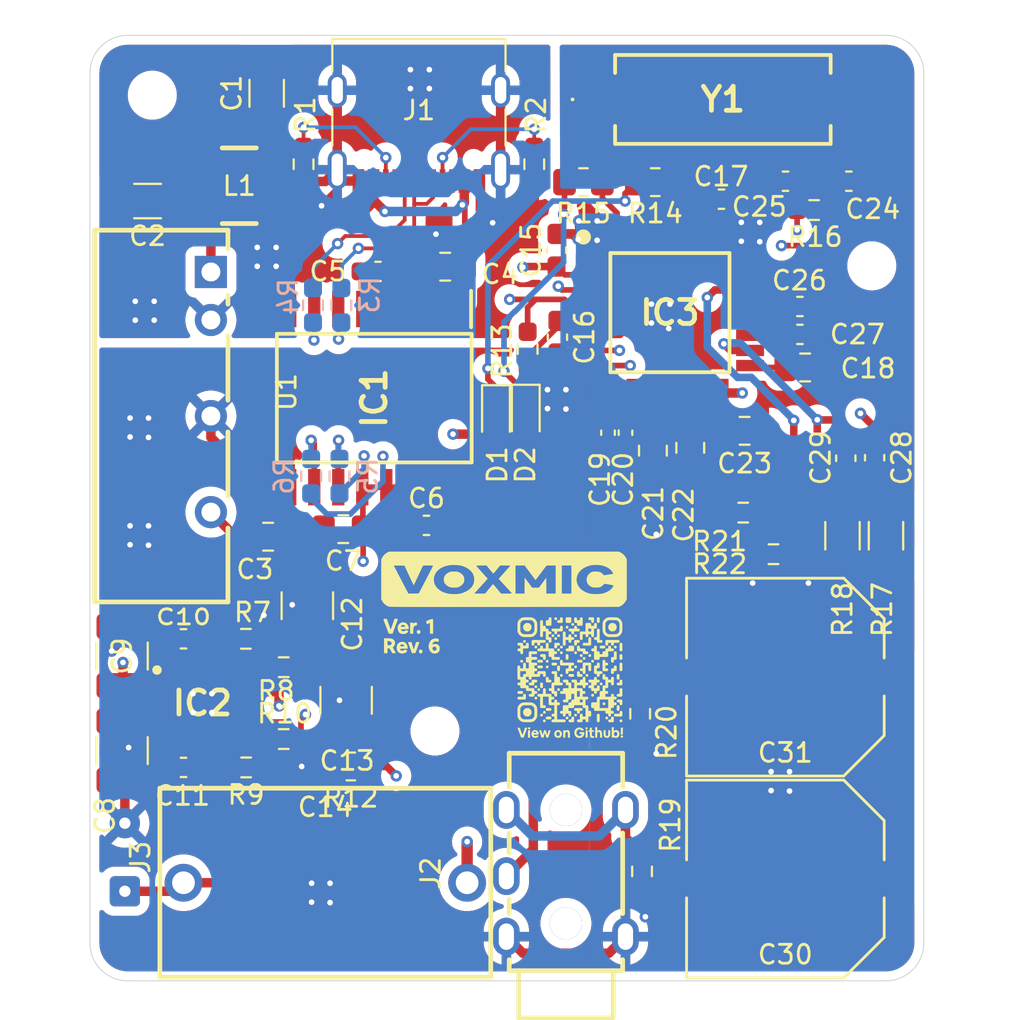
<source format=kicad_pcb>
(kicad_pcb (version 20241229) (generator "pcbnew") (generator_version "9.0")
  (layers (0 "F.Cu" signal) (4 "In1.Cu" signal) (6 "In2.Cu" signal) (2 "B.Cu" signal) (13 "F.Paste" user) (15 "B.Paste" user) (5 "F.SilkS" user "F.Silkscreen") (7 "B.SilkS" user "B.Silkscreen") (1 "F.Mask" user) (3 "B.Mask" user) (25 "Edge.Cuts" user))
  (net 0 "")
  (net 1 "Earth")
  (net 2 "Vbus")
  (net 3 "Net-(U1-VIN)")
  (net 4 "BGND")
  (net 5 "+5V")
  (net 6 "Net-(IC1-PDEN)")
  (net 7 "3.3V")
  (net 8 "Net-(IC2-NR{slash}SS1)")
  (net 9 "Net-(IC2-SS_CTRL2)")
  (net 10 "4.6V")
  (net 11 "Capsule Signal")
  (net 12 "VDD")
  (net 13 "POWER{slash}AMP")
  (net 14 "Net-(IC3-MBIAS)")
  (net 15 "Net-(IC3-FL)")
  (net 16 "Net-(IC3-FR)")
  (net 17 "Net-(IC3-VCOM1)")
  (net 18 "Net-(IC3-VCOM2)")
  (net 19 "Net-(IC3-VCCA)")
  (net 20 "XTO")
  (net 21 "XTI")
  (net 22 "VCCR")
  (net 23 "VCCL")
  (net 24 "VOUTR")
  (net 25 "Net-(C28-Pad2)")
  (net 26 "Net-(C29-Pad2)")
  (net 27 "VOUTL")
  (net 28 "Net-(C30-Pad2)")
  (net 29 "Net-(C31-Pad2)")
  (net 30 "Net-(D1-K)")
  (net 31 "Net-(D2-K)")
  (net 32 "Net-(IC1-UD+)")
  (net 33 "Net-(IC1-UD-)")
  (net 34 "Net-(IC1-DD-)")
  (net 35 "Net-(IC1-DD+)")
  (net 37 "Net-(IC2-FB2)")
  (net 39 "Net-(IC2-FB1)")
  (net 41 "Net-(IC3-~{PLAY})")
  (net 44 "USB_FS_DM")
  (net 45 "Net-(IC3-~{REC})")
  (net 46 "USB_FS_DP")
  (net 48 "USB D+")
  (net 49 "Net-(J1-CC1)")
  (net 50 "Net-(J1-CC2)")
  (net 52 "USB D-")
  (net 53 "Net-(J3-Pin_1)")
  (footprint "LED_SMD:LED_0603_1608Metric_Pad1.05x0.95mm_HandSolder" (layer "F.Cu") (at 40.55 36.975 -90)
    (property "Reference" "D2")
    (property "Value" "LED G")
  )
  (footprint "Capacitor_SMD:C_0603_1608Metric_Pad1.08x0.95mm_HandSolder" (layer "F.Cu") (at 59 39.175 -90)
    (property "Reference" "C28")
    (property "Value" "22nF")
  )
  (footprint "Resistor_SMD:R_1206_3216Metric_Pad1.30x1.75mm_HandSolder" (layer "F.Cu") (at 59.6 43.3 -90)
    (property "Reference" "R17")
    (property "Value" "16Ω")
  )
  (footprint "Capacitor_SMD:C_1210_3225Metric_Pad1.33x2.70mm_HandSolder" (layer "F.Cu") (at 19.2 54.6625 -90)
    (property "Reference" "C8")
    (property "Value" "22µF")
  )
  (footprint "Resistor_SMD:R_0603_1608Metric_Pad0.98x0.95mm_HandSolder" (layer "F.Cu") (at 25.7625 55.55)
    (property "Reference" "R9")
    (property "Value" "10.7kΩ")
  )
  (footprint "Resistor_SMD:R_0603_1608Metric_Pad0.98x0.95mm_HandSolder" (layer "F.Cu") (at 55.8 26.075 180)
    (property "Reference" "R16")
    (property "Value" "1MΩ")
  )
  (footprint "Resistor_SMD:R_0805_2012Metric_Pad1.20x1.40mm_HandSolder" (layer "F.Cu") (at 31.3 55.5 180)
    (property "Reference" "R12")
    (property "Value" "400Ω")
  )
  (footprint "footprints:B0505S-3WR2" (layer "F.Cu") (at 23.9 35.7 -90)
    (property "Reference" "U1")
    (property "Value" "B0505S-3WR2")
  )
  (footprint "Capacitor_SMD:C_0603_1608Metric_Pad1.08x0.95mm_HandSolder" (layer "F.Cu") (at 55.05 31.175)
    (property "Reference" "C26")
    (property "Value" "1µF")
  )
  (footprint "Capacitor_SMD:C_0402_1005Metric_Pad0.74x0.62mm_HandSolder" (layer "F.Cu") (at 45.825 37.85 -90)
    (property "Reference" "C20")
    (property "Value" "100pF")
  )
  (footprint "Capacitor_SMD:C_0603_1608Metric_Pad1.08x0.95mm_HandSolder" (layer "F.Cu") (at 35.3 42.75)
    (property "Reference" "C6")
    (property "Value" "100nF")
  )
  (footprint "Capacitor_SMD:C_0805_2012Metric_Pad1.18x1.45mm_HandSolder" (layer "F.Cu") (at 36.289313 29.070344 180)
    (property "Reference" "C4")
    (property "Value" "1µF")
  )
  (footprint "Capacitor_SMD:C_0603_1608Metric_Pad1.08x0.95mm_HandSolder" (layer "F.Cu") (at 50.9 25.5)
    (property "Reference" "C17")
    (property "Value" "1µF")
  )
  (footprint "Capacitor_SMD:C_0603_1608Metric_Pad1.08x0.95mm_HandSolder" (layer "F.Cu") (at 22.45 48.75)
    (property "Reference" "C10")
    (property "Value" "10nF")
  )
  (footprint "footprints:SOIC127P1032X265-16N" (layer "F.Cu") (at 32.539313 36.020344 -90)
    (property "Reference" "IC1")
    (property "Value" "ADUM3160BRWZ-RL" (hide yes))
  )
  (footprint "LOGO" (layer "F.Cu") (at 39.4 45.6)
    (property "Reference" "G***" (hide yes))
    (property "Value" "LOGO" (hide yes))
  )
  (footprint "footprints:CAP-SMD_BD10.0-L10.3-W10.3-LS11.0-FD-1" (layer "F.Cu") (at 54.275 50.775 180)
    (property "Reference" "C31")
    (property "Value" "470µF")
  )
  (footprint "Resistor_SMD:R_0603_1608Metric_Pad0.98x0.95mm_HandSolder" (layer "F.Cu") (at 28.8 23.65 -90)
    (property "Reference" "R1")
    (property "Value" "5.1kΩ")
  )
  (footprint "MountingHole:MountingHole_2.1mm" (layer "F.Cu") (at 58.85 29.025)
    (property "Reference" "REF**" (hide yes))
    (property "Value" "MountingHole_2.1mm")
  )
  (footprint "Capacitor_SMD:C_0805_2012Metric_Pad1.18x1.45mm_HandSolder" (layer "F.Cu") (at 52.125 37.75)
    (property "Reference" "C23")
    (property "Value" "1µF")
  )
  (footprint "footprints:IND-SMD_L4.0-W4.0_YHNR4020" (layer "F.Cu") (at 25.4 24.79 180)
    (property "Reference" "L1")
    (property "Value" "6.8µH")
  )
  (footprint "Capacitor_SMD:C_0805_2012Metric_Pad1.18x1.45mm_HandSolder" (layer "F.Cu") (at 55.325 34.4)
    (property "Reference" "C18")
    (property "Value" "3.3µF")
  )
  (footprint "LOGO" (layer "F.Cu") (at 34.5 48.6)
    (property "Reference" "G***" (hide yes))
    (property "Value" "LOGO" (hide yes))
  )
  (footprint "LED_SMD:LED_0603_1608Metric_Pad1.05x0.95mm_HandSolder" (layer "F.Cu") (at 38.975 37 -90)
    (property "Reference" "D1")
    (property "Value" "LED B")
  )
  (footprint "Capacitor_SMD:C_1210_3225Metric_Pad1.33x2.70mm_HandSolder" (layer "F.Cu") (at 29 47 -90)
    (property "Reference" "C12")
    (property "Value" "22µF")
  )
  (footprint "Capacitor_SMD:C_1206_3216Metric_Pad1.33x1.80mm_HandSolder" (layer "F.Cu") (at 20.55 25.6 180)
    (property "Reference" "C2")
    (property "Value" "4.7µF")
  )
  (footprint "Capacitor_SMD:C_0603_1608Metric_Pad1.08x0.95mm_HandSolder" (layer "F.Cu") (at 57.6375 24.55 180)
    (property "Reference" "C24")
    (property "Value" "22pF")
  )
  (footprint "Capacitor_SMD:C_0603_1608Metric_Pad1.08x0.95mm_HandSolder" (layer "F.Cu") (at 42.225 32.8 -90)
    (property "Reference" "C16")
    (property "Value" "1µF")
  )
  (footprint "Connector_USB:USB_C_Receptacle_G-Switch_GT-USB-7010ASV" (layer "F.Cu") (at 34.9 20.815 180)
    (property "Reference" "J1")
    (property "Value" "GT-USB-7010ASV")
  )
  (footprint "Capacitor_SMD:C_0603_1608Metric_Pad1.08x0.95mm_HandSolder" (layer "F.Cu") (at 42.175 28.2 90)
    (property "Reference" "C15")
    (property "Value" "1µF")
  )
  (footprint "footprints:CAP-SMD_BD10.0-L10.3-W10.3-LS11.0-FD-1" (layer "F.Cu") (at 54.275 61.45 180)
    (property "Reference" "C30")
    (property "Value" "470µF")
  )
  (footprint "Resistor_SMD:R_0805_2012Metric_Pad1.20x1.40mm_HandSolder" (layer "F.Cu") (at 47.4 24.6 180)
    (property "Reference" "R14")
    (property "Value" "91Ω")
  )
  (footprint "footprints:QFP80P900X900X120-32N" (layer "F.Cu") (at 48.175 31.5)
    (property "Reference" "IC3")
    (property "Value" "PCM2912APJTR" (hide yes))
  )
  (footprint "Resistor_SMD:R_0805_2012Metric_Pad1.20x1.40mm_HandSolder" (layer "F.Cu") (at 43.6 24.6 180)
    (property "Reference" "R15")
    (property "Value" "91Ω")
  )
  (footprint "footprints:QFN50P400X400X80-21N-D" (layer "F.Cu") (at 23.45 52.15)
    (property "Reference" "IC2")
    (property "Value" "TPS7A8901RTJR" (hide yes))
  )
  (footprint "Capacitor_SMD:C_0805_2012Metric_Pad1.18x1.45mm_HandSolder" (layer "F.Cu") (at 47.275 38.8 -90)
    (property "Reference" "C21")
    (property "Value" "3.3µF")
  )
  (footprint "Resistor_SMD:R_0603_1608Metric_Pad0.98x0.95mm_HandSolder" (layer "F.Cu") (at 40.65 33.425 -90)
    (property "Reference" "R13")
    (property "Value" "1.5kΩ")
  )
  (footprint "footprints:ABLS" (layer "F.Cu") (at 50.975 20.225)
    (property "Reference" "Y1")
    (property "Value" "6MHz" (hide yes))
  )
  (footprint "Capacitor_SMD:C_0603_1608Metric_Pad1.08x0.95mm_HandSolder" (layer "F.Cu") (at 54.2875 24.55)
    (property "Reference" "C25")
    (property "Value" "22pF")
  )
  (footprint "Resistor_SMD:R_0603_1608Metric_Pad0.98x0.95mm_HandSolder" (layer "F.Cu") (at 46.7 61.05 -90)
    (property "Reference" "R19")
    (property "Value" "3.3kΩ")
  )
  (footprint "Capacitor_SMD:C_0805_2012Metric_Pad1.18x1.45mm_HandSolder" (layer "F.Cu") (at 26.925 43.35)
    (property "Reference" "C3")
    (property "Value" "10µF")
  )
  (footprint "Capacitor_SMD:C_0603_1608Metric_Pad1.08x0.95mm_HandSolder" (layer "F.Cu") (at 57.475 39.2 -90)
    (property "Reference" "C29")
    (property "Value" "22nF")
  )
  (footprint "Resistor_SMD:R_0603_1608Metric_Pad0.98x0.95mm_HandSolder" (layer "F.Cu") (at 27.75 54.05)
    (property "Reference" "R10")
    (property "Value" "33.2kΩ")
  )
  (footprint "LOGO" (layer "F.Cu") (at 42.9 50.4)
    (property "Reference" "G***" (hide yes))
    (property "Value" "LOGO" (hide yes))
  )
  (footprint "Capacitor_SMD:C_0603_1608Metric_Pad1.08x0.95mm_HandSolder" (layer "F.Cu") (at 22.45 55.55 180)
    (property "Reference" "C11")
    (property "Value" "10nF")
  )
  (footprint "Capacitor_SMD:C_1210_3225Metric_Pad1.33x2.70mm_HandSolder" (layer "F.Cu") (at 31.05 52 90)
    (property "Reference" "C13")
    (property "Value" "22µF")
  )
  (footprint "MountingHole:MountingHole_2.1mm" (layer "F.Cu") (at 20.8 20)
    (property "Reference" "REF**" (hide yes))
    (property "Value" "MountingHole_2.1mm")
  )
  (footprint "Resistor_SMD:R_0603_1608Metric_Pad0.98x0.95mm_HandSolder" (layer "F.Cu") (at 46.6 52.7125 -90)
    (property "Reference" "R20")
    (property "Value" "3.3kΩ")
  )
  (footprint "LOGO" (layer "F.Cu") (at 39.4 45.6)
    (property "Reference" "G***" (hide yes))
    (property "Value" "LOGO" (hide yes))
  )
  (footprint "footprints:AUDIO-TH_PJ-313_5JCJ" (layer "F.Cu") (at 42.675 61.15 90)
    (property "Reference" "J2")
    (property "Value" "PJ-313 5JCJ")
  )
  (footprint "Resistor_SMD:R_0603_1608Metric_Pad0.98x0.95mm_HandSolder" (layer "F.Cu") (at 41 23.65 -90)
    (property "Reference" "R2")
    (property "Value" "5.1kΩ")
  )
  (footprint "footprints:CAP-TH_L17.5-W10.0-P15.00-D1.2" (layer "F.Cu") (at 29.95 61.65)
    (property "Reference" "C14")
    (property "Value" "2.2µF")
  )
  (footprint "Capacitor_SMD:C_0402_1005Metric_Pad0.74x0.62mm_HandSolder" (layer "F.Cu") (at 44.9 37.85 -90)
    (property "Reference" "C19")
    (property "Value" "100pF")
  )
  (footprint "LOGO" (layer "F.Cu") (at 42.9 53.7)
    (property "Reference" "G***" (hide yes))
    (property "Value" "LOGO" (hide yes))
  )
  (footprint "Capacitor_SMD:C_0603_1608Metric_Pad1.08x0.95mm_HandSolder" (layer "F.Cu") (at 55.05 32.65 180)
    (property "Reference" "C27")
    (property "Value" "1µF")
  )
  (footprint "Capacitor_SMD:C_1206_3216Metric_Pad1.33x1.80mm_HandSolder" (layer "F.Cu") (at 26.85 19.9 90)
    (property "Reference" "C1")
    (property "Value" "4.7µF")
  )
  (footprint "Capacitor_SMD:C_0603_1608Metric_Pad1.08x0.95mm_HandSolder" (layer "F.Cu") (at 32.739313 29.320344)
    (property "Reference" "C5")
    (property "Value" "100nF")
  )
  (footprint "Capacitor_SMD:C_0805_2012Metric_Pad1.18x1.45mm_HandSolder" (layer "F.Cu") (at 49.25 38.65 -90)
    (property "Reference" "C22")
    (property "Value" "3.3µF")
  )
  (footprint "MountingHole:MountingHole_2.1mm" (layer "F.Cu") (at 35.75 53.625)
    (property "Reference" "REF**" (hide yes))
    (property "Value" "MountingHole_2.1mm")
  )
  (footprint "Resistor_SMD:R_0603_1608Metric_Pad0.98x0.95mm_HandSolder" (layer "F.Cu") (at 53.65 44.275 180)
    (property "Reference" "R22")
    (property "Value" "3.3kΩ")
  )
  (footprint "Capacitor_SMD:C_0805_2012Metric_Pad1.18x1.45mm_HandSolder" (layer "F.Cu") (at 30.9 42.95 180)
    (property "Reference" "C7")
    (property "Value" "1µF")
  )
  (footprint "Resistor_SMD:R_0603_1608Metric_Pad0.98x0.95mm_HandSolder" (layer "F.Cu") (at 25.75 48.75 180)
    (property "Reference" "R7")
    (property "Value" "10kΩ")
  )
  (footprint "Connector_Wire:SolderWire-0.1sqmm_1x02_P3.6mm_D0.4mm_OD1mm" (layer "F.Cu") (at 19.35 62.1 90)
    (property "Reference" "J3")
    (property "Value" "Wires")
  )
  (footprint "Capacitor_SMD:C_1210_3225Metric_Pad1.33x2.70mm_HandSolder" (layer "F.Cu") (at 19.2 49.6625 90)
    (property "Reference" "C9")
    (property "Value" "22µF")
  )
  (footprint "Resistor_SMD:R_0603_1608Metric_Pad0.98x0.95mm_HandSolder" (layer "F.Cu") (at 52.05 42.075 180)
    (property "Reference" "R21")
    (property "Value" "3.3kΩ")
  )
  (footprint "Resistor_SMD:R_1206_3216Metric_Pad1.30x1.75mm_HandSolder" (layer "F.Cu") (at 57.3 43.3 -90)
    (property "Reference" "R18")
    (property "Value" "16Ω")
  )
  (footprint "Resistor_SMD:R_0603_1608Metric_Pad0.98x0.95mm_HandSolder" (layer "F.Cu") (at 27.75 50.25)
    (property "Reference" "R8")
    (property "Value" "47.5kΩ")
  )
  (footprint "Resistor_SMD:R_0603_1608Metric_Pad0.98x0.95mm_HandSolder" (layer "B.Cu") (at 29.299034 31.109678 -90)
    (property "Reference" "R4")
    (property "Value" "24Ω")
  )
  (footprint "Resistor_SMD:R_0603_1608Metric_Pad0.98x0.95mm_HandSolder" (layer "B.Cu") (at 30.7 40.15 -90)
    (property "Reference" "R5")
    (property "Value" "24Ω")
  )
  (footprint "Resistor_SMD:R_0603_1608Metric_Pad0.98x0.95mm_HandSolder" (layer "B.Cu") (at 30.799034 31.109678 -90)
    (property "Reference" "R3")
    (property "Value" "24Ω")
  )
  (footprint "Resistor_SMD:R_0603_1608Metric_Pad0.98x0.95mm_HandSolder" (layer "B.Cu") (at 29.2 40.15 -90)
    (property "Reference" "R6")
    (property "Value" "24Ω")
  )
  (gr_line (start 19.5 16.835) (end 59.6 16.835) (stroke (width 0.05)) (layer "Edge.Cuts"))
  (gr_arc (start 19.5 66.835) (mid 18.085786 66.249214) (end 17.5 64.835) (stroke (width 0.05)) (layer "Edge.Cuts"))
  (gr_arc (start 59.6 16.835) (mid 61.014214 17.420786) (end 61.6 18.835) (stroke (width 0.05)) (layer "Edge.Cuts"))
  (gr_line (start 17.5 64.835) (end 17.5 18.835) (stroke (width 0.05)) (layer "Edge.Cuts"))
  (gr_arc (start 17.5 18.835) (mid 18.085786 17.420786) (end 19.5 16.835) (stroke (width 0.05)) (layer "Edge.Cuts"))
  (gr_arc (start 61.6 64.835) (mid 61.014214 66.249214) (end 59.6 66.835) (stroke (width 0.05)) (layer "Edge.Cuts"))
  (gr_line (start 59.6 66.835) (end 19.5 66.835) (stroke (width 0.05)) (layer "Edge.Cuts"))
  (gr_line (start 61.6 18.835) (end 61.6 64.835) (stroke (width 0.05)) (layer "Edge.Cuts"))
  (segment (start 28.8 24.5625) (end 29.9575 24.5625) (width 0.5) (layer "F.Cu") (net 1))
  (segment (start 35.251813 27.898187) (end 35.8 27.35) (width 0.4) (layer "F.Cu") (net 1))
  (segment (start 38.1 26.05) (end 38.8 26.75) (width 0.4) (layer "F.Cu") (net 1))
  (segment (start 35.714313 31.308344) (end 35.714313 29.532844) (width 0.2) (layer "F.Cu") (net 1))
  (segment (start 35.001813 29.320344) (end 35.251813 29.070344) (width 0.3) (layer "F.Cu") (net 1))
  (segment (start 30.58 23.94) (end 30.58 25.02) (width 0.4) (layer "F.Cu") (net 1))
  (segment (start 35.714313 29.532844) (end 35.251813 29.070344) (width 0.2) (layer "F.Cu") (net 1))
  (segment (start 35.251813 29.070344) (end 35.251813 27.898187) (width 0.4) (layer "F.Cu") (net 1))
  (segment (start 33.601813 29.320344) (end 35.001813 29.320344) (width 0.3) (layer "F.Cu") (net 1))
  (segment (start 29.9575 24.5625) (end 30.58 23.94) (width 0.5) (layer "F.Cu") (net 1))
  (segment (start 30.58 25.02) (end 29.75 25.85) (width 0.4) (layer "F.Cu") (net 1))
  (segment (start 38.1 24.54) (end 38.1 26.05) (width 0.4) (layer "F.Cu") (net 1))
  (via (at 26.35 28.05) (size 0.6) (drill 0.3) (layers "F.Cu" "B.Cu") (net 1))
  (via (at 35.8 27.35) (size 0.6) (drill 0.3) (layers "F.Cu" "B.Cu") (net 1))
  (via (at 35.45 18.65) (size 0.6) (drill 0.3) (layers "F.Cu" "B.Cu") (net 1))
  (via (at 19.9 30.9) (size 0.6) (drill 0.3) (layers "F.Cu" "B.Cu") (net 1))
  (via (at 38.8 26.75) (size 0.6) (drill 0.3) (layers "F.Cu" "B.Cu") (net 1))
  (via (at 35.45 19.65) (size 0.6) (drill 0.3) (layers "F.Cu" "B.Cu") (net 1))
  (via (at 26.35 29.05) (size 0.6) (drill 0.3) (layers "F.Cu" "B.Cu") (net 1))
  (via (at 20.9 30.9) (size 0.6) (drill 0.3) (layers "F.Cu" "B.Cu") (net 1))
  (via (at 27.35 29.05) (size 0.6) (drill 0.3) (layers "F.Cu" "B.Cu") (net 1))
  (via (at 19.9 31.9) (size 0.6) (drill 0.3) (layers "F.Cu" "B.Cu") (net 1))
  (via (at 29.75 25.85) (size 0.6) (drill 0.3) (layers "F.Cu" "B.Cu") (net 1))
  (via (at 27.35 28.05) (size 0.6) (drill 0.3) (layers "F.Cu" "B.Cu") (net 1))
  (via (at 20.9 31.9) (size 0.6) (drill 0.3) (layers "F.Cu" "B.Cu") (net 1))
  (via (at 34.45 18.65) (size 0.6) (drill 0.3) (layers "F.Cu" "B.Cu") (net 1))
  (via (at 34.45 19.65) (size 0.6) (drill 0.3) (layers "F.Cu" "B.Cu") (net 1))
  (segment (start 28.81 26.7) (end 26.9 24.79) (width 0.5) (layer "F.Cu") (net 2))
  (segment (start 32.5 25.65) (end 31.45 26.7) (width 0.5) (layer "F.Cu") (net 2))
  (segment (start 31.45 26.7) (end 28.81 26.7) (width 0.5) (layer "F.Cu") (net 2))
  (segment (start 26.9 24.79) (end 26.9 21.5125) (width 0.5) (layer "F.Cu") (net 2))
  (segment (start 32.5 25.36) (end 32.5 25.55) (width 0.5) (layer "F.Cu") (net 2))
  (segment (start 37.326813 29.070344) (end 37.326813 30.965844) (width 0.3) (layer "F.Cu") (net 2))
  (segment (start 32.5 25.55) (end 33.1 26.15) (width 0.5) (layer "F.Cu") (net 2))
  (segment (start 37.2 25.8) (end 37.3 25.7) (width 0.5) (layer "F.Cu") (net 2))
  (segment (start 37.326813 30.965844) (end 36.984313 31.308344) (width 0.3) (layer "F.Cu") (net 2))
  (segment (start 37.326813 29.070344) (end 37.326813 25.926813) (width 0.3) (layer "F.Cu") (net 2))
  (segment (start 32.5 25.36) (end 32.5 25.65) (width 0.5) (layer "F.Cu") (net 2))
  (segment (start 32.5 24.54) (end 32.5 25.36) (width 0.5) (layer "F.Cu") (net 2))
  (segment (start 26.9 21.5125) (end 26.85 21.4625) (width 0.5) (layer "F.Cu") (net 2))
  (segment (start 37.3 25.7) (end 37.3 24.54) (width 0.5) (layer "F.Cu") (net 2))
  (segment (start 37.326813 25.926813) (end 37.2 25.8) (width 0.2) (layer "F.Cu") (net 2))
  (via (at 33.1 26.15) (size 0.6) (drill 0.3) (layers "F.Cu" "B.Cu") (net 2))
  (via (at 37.2 25.8) (size 0.6) (drill 0.3) (layers "F.Cu" "B.Cu") (net 2))
  (segment (start 36.85 26.15) (end 37.2 25.8) (width 0.5) (layer "B.Cu") (net 2))
  (segment (start 33.1 26.15) (end 36.85 26.15) (width 0.5) (layer "B.Cu") (net 2))
  (segment (start 23.9 24.79) (end 23.9 29.35) (width 0.5) (layer "F.Cu") (net 3))
  (segment (start 23.09 25.6) (end 23.9 24.79) (width 0.5) (layer "F.Cu") (net 3))
  (segment (start 22.1125 25.6) (end 23.09 25.6) (width 0.5) (layer "F.Cu") (net 3))
  (segment (start 48.6 42.075) (end 47.45 43.225) (width 0.4) (layer "F.Cu") (net 4))
  (segment (start 21.5875 55.55) (end 19.875 55.55) (width 0.4) (layer "F.Cu") (net 4))
  (segment (start 39.525 64.5) (end 40.026 65.001) (width 0.2) (layer "F.Cu") (net 4))
  (segment (start 26.532344 40.732344) (end 28.094313 40.732344) (width 0.5) (layer "F.Cu") (net 4))
  (segment (start 29.4625 43.35) (end 29.8625 42.95) (width 0.5) (layer "F.Cu") (net 4))
  (segment (start 42.225 35.15) (end 43.05 35.975) (width 0.3) (layer "F.Cu") (net 4))
  (segment (start 59.6 44.85) (end 57.3 44.85) (width 0.4) (layer "F.Cu") (net 4))
  (segment (start 56.3625 34.4) (end 56.3625 33.1) (width 0.3) (layer "F.Cu") (net 4))
  (segment (start 51.075 31.9) (end 52.413 31.9) (width 0.5) (layer "F.Cu") (net 4))
  (segment (start 48.575 35.738) (end 48.575 32.8) (width 0.4) (layer "F.Cu") (net 4))
  (segment (start 42.225 33.6625) (end 42.225 35.15) (width 0.3) (layer "F.Cu") (net 4))
  (segment (start 19.2 48.1) (end 19.2 48.85) (width 0.4) (layer "F.Cu") (net 4))
  (segment (start 46.875 63.45) (end 46.875 62.1375) (width 0.5) (layer "F.Cu") (net 4))
  (segment (start 52.7375 45.6115) (end 52.549 45.8) (width 0.2) (layer "F.Cu") (net 4))
  (segment (start 55.9125 31.175) (end 55.9125 32.65) (width 0.3) (layer "F.Cu") (net 4))
  (segment (start 43.937 32.7) (end 43.025 32.7) (width 0.3) (layer "F.Cu") (net 4))
  (segment (start 23.9 38.1) (end 26.532344 40.732344) (width 0.5) (layer "F.Cu") (net 4))
  (segment (start 48.575 32.8) (end 48.1125 32.3375) (width 0.4) (layer "F.Cu") (net 4))
  (segment (start 43.937 28.237) (end 43.937 28.7) (width 0.5) (layer "F.Cu") (net 4))
  (segment (start 46.875 62.1375) (end 46.7 61.9625) (width 0.5) (layer "F.Cu") (net 4))
  (segment (start 22.95 52.65) (end 23.45 52.15) (width 0.3) (layer "F.Cu") (net 4))
  (segment (start 52.7375 44.275) (end 52.7375 45.6115) (width 0.4) (layer "F.Cu") (net 4))
  (segment (start 55.5 45.8) (end 56.45 44.85) (width 0.4) (layer "F.Cu") (net 4))
  (segment (start 44.95 65.375) (end 45.324 65.001) (width 0.5) (layer "F.Cu") (net 4))
  (segment (start 46.6 53.625) (end 47.45 54.475) (width 0.5) (layer "F.Cu") (net 4))
  (segment (start 19.5 56.525) (end 19.2 56.225) (width 0.5) (layer "F.Cu") (net 4))
  (segment (start 19.2 54.85) (end 19.55 54.5) (width 0.4) (layer "F.Cu") (net 4))
  (segment (start 26.6625 47.5375) (end 26.7 47.5) (width 0.3) (layer "F.Cu") (net 4))
  (segment (start 50.975 27.262) (end 51.413 27.262) (width 0.3) (layer "F.Cu") (net 4))
  (segment (start 25.45 52.15) (end 23.45 52.15) (width 0.3) (layer "F.Cu") (net 4))
  (segment (start 26.6625 48.75) (end 26.6625 47.5375) (width 0.3) (layer "F.Cu") (net 4))
  (segment (start 51.413 27.262) (end 51.95 26.725) (width 0.3) (layer "F.Cu") (net 4))
  (segment (start 43.937 28.7) (end 47.6 28.7) (width 0.3) (layer "F.Cu") (net 4))
  (segment (start 51.7625 25.5) (end 51.0875 26.175) (width 0.3) (layer "F.Cu") (net 4))
  (segment (start 31.05 51.65) (end 30.7 52) (width 0.3) (layer "F.Cu") (net 4))
  (segment (start 28.65 55.55) (end 28.7 55.5) (width 0.3) (layer "F.Cu") (net 4))
  (segment (start 42.175 27.3375) (end 43.0375 27.3375) (width 0.5) (layer "F.Cu") (net 4))
  (segment (start 19.875 55.55) (end 19.2 56.225) (width 0.4) (layer "F.Cu") (net 4))
  (segment (start 19.2 56.225) (end 19.2 54.85) (width 0.4) (layer "F.Cu") (net 4))
  (segment (start 19.2 48.85) (end 18.65 49.4) (width 0.4) (layer "F.Cu") (net 4))
  (segment (start 48.55 31.9) (end 52.413 31.9) (width 0.5) (layer "F.Cu") (net 4))
  (segment (start 45.324 65.001) (end 45.825 64.5) (width 0.2) (layer "F.Cu") (net 4))
  (segment (start 40.026 65.001) (end 40.4 65.375) (width 0.5) (layer "F.Cu") (net 4))
  (segment (start 40.4 65.375) (end 44.95 65.375) (width 0.5) (layer "F.Cu") (net 4))
  (segment (start 28.094313 40.732344) (end 28.094313 43.218187) (width 0.5) (layer "F.Cu") (net 4))
  (segment (start 43.0375 27.3375) (end 43.937 28.237) (width 0.5) (layer "F.Cu") (net 4))
  (segment (start 27.9625 43.35) (end 27.9625 44.4) (width 0.5) (layer "F.Cu") (net 4))
  (segment (start 23.9 36.97) (end 23.9 38.1) (width 0.5) (layer "F.Cu") (net 4))
  (segment (start 51.0875 27.1495) (end 50.975 27.262) (width 0.3) (layer "F.Cu") (net 4))
  (segment (start 51.1375 42.075) (end 48.6 42.075) (width 0.4) (layer "F.Cu") (net 4))
  (segment (start 43.05 35.975) (end 43.775 35.975) (width 0.3) (layer "F.Cu") (net 4))
  (segment (start 21.5875 48.75) (end 19.85 48.75) (width 0.3) (layer "F.Cu") (net 4))
  (segment (start 26.675 55.55) (end 28.65 55.55) (width 0.3) (layer "F.Cu") (net 4))
  (segment (start 56.3625 33.1) (end 55.9125 32.65) (width 0.3) (layer "F.Cu") (net 4))
  (segment (start 56.45 44.85) (end 57.3 44.85) (width 0.4) (layer "F.Cu") (net 4))
  (segment (start 23.45 50.15) (end 23.45 52.15) (width 0.3) (layer "F.Cu") (net 4))
  (segment (start 48.575 29.675) (end 48.575 27.262) (width 0.3) (layer "F.Cu") (net 4))
  (segment (start 28.094313 43.218187) (end 27.9625 43.35) (width 0.5) (layer "F.Cu") (net 4))
  (segment (start 45.55 32.7) (end 48.575 29.675) (width 0.3) (layer "F.Cu") (net 4))
  (segment (start 47.45 54.475) (end 47.45 54.825) (width 0.5) (layer "F.Cu") (net 4))
  (segment (start 36.1625 41.180531) (end 35.714313 40.732344) (width 0.3) (layer "F.Cu") (net 4))
  (segment (start 43.937 32.7) (end 45.55 32.7) (width 0.3) (layer "F.Cu") (net 4))
  (segment (start 27.9625 43.35) (end 29.4625 43.35) (width 0.5) (layer "F.Cu") (net 4))
  (segment (start 19.85 48.75) (end 19.2 48.1) (width 0.3) (layer "F.Cu") (net 4))
  (segment (start 43.025 32.7) (end 42.225 33.5) (width 0.3) (layer "F.Cu") (net 4))
  (segment (start 42.225 33.5) (end 42.225 33.6625) (width 0.3) (layer "F.Cu") (net 4))
  (segment (start 19.35 56.375) (end 19.2 56.225) (width 0.2) (layer "F.Cu") (net 4))
  (segment (start 21.45 52.15) (end 23.45 52.15) (width 0.2) (layer "F.Cu") (net 4))
  (segment (start 36.1625 42.75) (end 36.1625 41.180531) (width 0.3) (layer "F.Cu") (net 4))
  (segment (start 29 45.4375) (end 29 46.15) (width 0.3) (layer "F.Cu") (net 4))
  (segment (start 29 46.15) (end 28.2 46.95) (width 0.3) (layer "F.Cu") (net 4))
  (segment (start 51.0875 26.175) (end 51.0875 27.1495) (width 0.3) (layer "F.Cu") (net 4))
  (segment (start 27.9625 44.4) (end 29 45.4375) (width 0.5) (layer "F.Cu") (net 4))
  (segment (start 47.6 28.7) (end 48.575 29.675) (width 0.3) (layer "F.Cu") (net 4))
  (segment (start 19.35 58.5) (end 19.35 56.375) (width 0.5) (layer "F.Cu") (net 4))
  (segment (start 55.15 24.55) (end 56.775 24.55) (width 0.3) (layer "F.Cu") (net 4))
  (segment (start 22.95 54.15) (end 22.95 52.65) (width 0.3) (layer "F.Cu") (net 4))
  (segment (start 31.05 50.4375) (end 31.05 51.65) (width 0.3) (layer "F.Cu") (net 4))
  (segment (start 48.1125 32.3375) (end 48.55 31.9) (width 0.5) (layer "F.Cu") (net 4))
  (via (at 53.525 56.775) (size 0.6) (drill 0.3) (layers "F.Cu" "B.Cu") (net 4))
  (via (at 23.95 51.65) (size 0.6) (drill 0.3) (layers "F.Cu" "B.Cu") (net 4))
  (via (at 26.7 47.5) (size 0.6) (drill 0.3) (layers "F.Cu" "B.Cu") (net 4))
  (via (at 28.7 55.5) (size 0.6) (drill 0.3) (layers "F.Cu" "B.Cu") (net 4))
  (via (at 47.45 54.825) (size 0.6) (drill 0.3) (layers "F.Cu" "B.Cu") (net 4))
  (via (at 19.625 43.775) (size 0.6) (drill 0.3) (layers "F.Cu" "B.Cu") (net 4))
  (via (at 20.6 42.775) (size 0.6) (drill 0.3) (layers "F.Cu" "B.Cu") (net 4))
  (via (at 28.2 46.95) (size 0.6) (drill 0.3) (layers "F.Cu" "B.Cu") (net 4))
  (via (at 55.5 45.8) (size 0.6) (drill 0.3) (layers "F.Cu" "B.Cu") (net 4))
  (via (at 52.925 26.725) (size 0.6) (drill 0.3) (layers "F.Cu" "B.Cu") (net 4))
  (via (at 44.325 27.675) (size 0.6) (drill 0.3) (layers "F.Cu" "B.Cu") (net 4))
  (via (at 22.95 51.65) (size 0.6) (drill 0.3) (layers "F.Cu" "B.Cu") (net 4))
  (via (at 48.1125 32.3375) (size 0.6) (drill 0.3) (layers "F.Cu" "B.Cu") (net 4))
  (via (at 51.95 26.725) (size 0.6) (drill 0.3) (layers "F.Cu" "B.Cu") (net 4))
  (via (at 18.65 49.4) (size 0.6) (drill 0.3) (layers "F.Cu" "B.Cu") (net 4))
  (via (at 44.325 26.65) (size 0.6) (drill 0.3) (layers "F.Cu" "B.Cu") (net 4))
  (via (at 20.6 43.8) (size 0.6) (drill 0.3) (layers "F.Cu" "B.Cu") (net 4))
  (via (at 23.95 52.65) (size 0.6) (drill 0.3) (layers "F.Cu" "B.Cu") (net 4))
  (via (at 54.5 55.775) (size 0.6) (drill 0.3) (layers "F.Cu" "B.Cu") (net 4))
  (via (at 29.225 61.675) (size 0.6) (drill 0.3) (layers "F.Cu" "B.Cu") (net 4))
  (via (at 41.7 35.575) (size 0.6) (drill 0.3) (layers "F.Cu" "B.Cu") (net 4))
  (via (at 20.6 37.075) (size 0.6) (drill 0.3) (layers "F.Cu" "B.Cu") (net 4))
  (via (at 30.2 61.675) (size 0.6) (drill 0.3) (layers "F.Cu" "B.Cu") (net 4))
  (via (at 20.6 38.1) (size 0.6) (drill 0.3) (layers "F.Cu" "B.Cu") (net 4))
  (via (at 54.5 56.8) (size 0.6) (drill 0.3) (layers "F.Cu" "B.Cu") (net 4))
  (via (at 47.2 32.05) (size 0.6) (drill 0.3) (layers "F.Cu" "B.Cu") (net 4))
  (via (at 46.875 63.45) (size 0.6) (drill 0.3) (layers "F.Cu" "B.Cu") (net 4))
  (via (at 42.675 35.575) (size 0.6) (drill 0.3) (layers "F.Cu" "B.Cu") (net 4))
  (via (at 53.525 55.775) (size 0.6) (drill 0.3) (layers "F.Cu" "B.Cu") (net 4))
  (via (at 22.95 52.65) (size 0.6) (drill 0.3) (layers "F.Cu" "B.Cu") (net 4))
  (via (at 51.95 27.725) (size 0.6) (drill 0.3) (layers "F.Cu" "B.Cu") (net 4))
  (via (at 42.675 36.6) (size 0.6) (drill 0.3) (layers "F.Cu" "B.Cu") (net 4))
  (via (at 19.625 37.075) (size 0.6) (drill 0.3) (layers "F.Cu" "B.Cu") (net 4))
  (via (at 47.2 31.05) (size 0.6) (drill 0.3) (layers "F.Cu" "B.Cu") (net 4))
  (via (at 29.225 62.675) (size 0.6) (drill 0.3) (layers "F.Cu" "B.Cu") (net 4))
  (via (at 30.7 52) (size 0.6) (drill 0.3) (layers "F.Cu" "B.Cu") (net 4))
  (via (at 47.45 43.225) (size 0.6) (drill 0.3) (layers "F.Cu" "B.Cu") (net 4))
  (via (at 52.549 45.8) (size 0.6) (drill 0.3) (layers "F.Cu" "B.Cu") (net 4))
  (via (at 43.35 26.65) (size 0.6) (drill 0.3) (layers "F.Cu" "B.Cu") (net 4))
  (via (at 19.625 38.075) (size 0.6) (drill 0.3) (layers "F.Cu" "B.Cu") (net 4))
  (via (at 48.175 31.05) (size 0.6) (drill 0.3) (layers "F.Cu" "B.Cu") (net 4))
  (via (at 30.2 62.7) (size 0.6) (drill 0.3) (layers "F.Cu" "B.Cu") (net 4))
  (via (at 19.625 42.775) (size 0.6) (drill 0.3) (layers "F.Cu" "B.Cu") (net 4))
  (via (at 41.7 36.575) (size 0.6) (drill 0.3) (layers "F.Cu" "B.Cu") (net 4))
  (via (at 43.325 27.625) (size 0.6) (drill 0.3) (layers "F.Cu" "B.Cu") (net 4))
  (via (at 19.55 54.5) (size 0.6) (drill 0.3) (layers "F.Cu" "B.Cu") (net 4))
  (via (at 52.925 27.75) (size 0.6) (drill 0.3) (layers "F.Cu" "B.Cu") (net 4))
  (segment (start 21.45 53.15) (end 21.45 53.652) (width 0.3) (layer "F.Cu") (net 5))
  (segment (start 21.45 50.648) (end 21.948 50.15) (width 0.3) (layer "F.Cu") (net 5))
  (segment (start 40.4375 29.0625) (end 40.4 29.1) (width 0.3) (layer "F.Cu") (net 5))
  (segment (start 21.45 51.65) (end 21.45 51.15) (width 0.3) (layer "F.Cu") (net 5))
  (segment (start 21.948 54.15) (end 22.45 54.15) (width 0.3) (layer "F.Cu") (net 5))
  (segment (start 19.25 50) (end 19.25 51.175) (width 0.5) (layer "F.Cu") (net 5))
  (segment (start 42.6125 29.5) (end 42.175 29.0625) (width 0.3) (layer "F.Cu") (net 5))
  (segment (start 25.8875 43.35) (end 25.2 43.35) (width 0.5) (layer "F.Cu") (net 5))
  (segment (start 19.25 51.175) (end 19.2 51.225) (width 0.3) (layer "F.Cu") (net 5))
  (segment (start 38.925 37.925) (end 38.975 37.875) (width 0.5) (layer "F.Cu") (net 5))
  (segment (start 36.7 37.925) (end 38.925 37.925) (width 0.5) (layer "F.Cu") (net 5))
  (segment (start 21.45 53.652) (end 21.948 54.15) (width 0.3) (layer "F.Cu") (net 5))
  (segment (start 19.2 53.1) (end 21.4 53.1) (width 0.3) (layer "F.Cu") (net 5))
  (segment (start 19.2 51.225) (end 19.2 53.1) (width 0.5) (layer "F.Cu") (net 5))
  (segment (start 21.45 51.15) (end 21.45 50.648) (width 0.3) (layer "F.Cu") (net 5))
  (segment (start 19.275 51.15) (end 19.2 51.225) (width 0.3) (layer "F.Cu") (net 5))
  (segment (start 42.175 29.0625) (end 40.4375 29.0625) (width 0.4) (layer "F.Cu") (net 5))
  (segment (start 21.45 53.15) (end 21.45 52.65) (width 0.3) (layer "F.Cu") (net 5))
  (segment (start 21.948 50.15) (end 22.45 50.15) (width 0.3) (layer "F.Cu") (net 5))
  (segment (start 43.937 29.5) (end 42.6125 29.5) (width 0.3) (layer "F.Cu") (net 5))
  (segment (start 40.525 37.875) (end 40.55 37.85) (width 0.3) (layer "F.Cu") (net 5))
  (segment (start 25.2 43.35) (end 23.9 42.05) (width 0.5) (layer "F.Cu") (net 5))
  (segment (start 21.45 53.15) (end 21.4 53.1) (width 0.3) (layer "F.Cu") (net 5))
  (segment (start 38.975 37.875) (end 40.525 37.875) (width 0.3) (layer "F.Cu") (net 5))
  (segment (start 21.45 51.15) (end 19.275 51.15) (width 0.3) (layer "F.Cu") (net 5))
  (via (at 19.25 50) (size 0.6) (drill 0.3) (layers "F.Cu" "B.Cu") (net 5))
  (via (at 36.7 37.925) (size 0.6) (drill 0.3) (layers "F.Cu" "B.Cu") (net 5))
  (via (at 40.4 29.1) (size 0.6) (drill 0.3) (layers "F.Cu" "B.Cu") (net 5))
  (segment (start 34.444313 31.308344) (end 33.174313 31.308344) (width 0.3) (layer "F.Cu") (net 6))
  (segment (start 31.904313 29.347844) (end 31.876813 29.320344) (width 0.2) (layer "F.Cu") (net 6))
  (segment (start 33.174313 31.308344) (end 31.904313 31.308344) (width 0.3) (layer "F.Cu") (net 6))
  (segment (start 31.904313 31.308344) (end 31.904313 29.347844) (width 0.3) (layer "F.Cu") (net 6))
  (segment (start 28.6625 54.05) (end 28.6625 52.9875) (width 0.3) (layer "F.Cu") (net 7))
  (segment (start 34.444313 40.732344) (end 34.444313 42.743187) (width 0.3) (layer "F.Cu") (net 7))
  (segment (start 34.444313 40.732344) (end 33.174313 40.732344) (width 0.3) (layer "F.Cu") (net 7))
  (segment (start 34.444313 39.505687) (end 34.444313 40.732344) (width 0.3) (layer "F.Cu") (net 7))
  (segment (start 28.6625 54.05) (end 30.5625 54.05) (width 0.3) (layer "F.Cu") (net 7))
  (segment (start 31.9375 42.95) (end 31.9375 40.765531) (width 0.3) (layer "F.Cu") (net 7))
  (segment (start 36.984313 39.484313) (end 36.7 39.2) (width 0.3) (layer "F.Cu") (net 7))
  (segment (start 36.7 39.2) (end 34.75 39.2) (width 0.3) (layer "F.Cu") (net 7))
  (segment (start 31.95 42.9625) (end 31.9375 42.95) (width 0.3) (layer "F.Cu") (net 7))
  (segment (start 31.9375 42.95) (end 34.2375 42.95) (width 0.3) (layer "F.Cu") (net 7))
  (segment (start 28.6625 52.9875) (end 28.9 52.75) (width 0.3) (layer "F.Cu") (net 7))
  (segment (start 34.75 39.2) (end 34.444313 39.505687) (width 0.3) (layer "F.Cu") (net 7))
  (segment (start 25.45 52.65) (end 25.45 53.15) (width 0.3) (layer "F.Cu") (net 7))
  (segment (start 31.9375 40.765531) (end 31.904313 40.732344) (width 0.3) (layer "F.Cu") (net 7))
  (segment (start 34.2375 42.95) (end 34.4375 42.75) (width 0.3) (layer "F.Cu") (net 7))
  (segment (start 34.444313 42.743187) (end 34.4375 42.75) (width 0.3) (layer "F.Cu") (net 7))
  (segment (start 30.5625 54.05) (end 31.05 53.5625) (width 0.3) (layer "F.Cu") (net 7))
  (segment (start 28.6625 54.05) (end 27.7625 53.15) (width 0.3) (layer "F.Cu") (net 7))
  (segment (start 36.984313 40.732344) (end 36.984313 39.484313) (width 0.3) (layer "F.Cu") (net 7))
  (segment (start 27.7625 53.15) (end 25.45 53.15) (width 0.3) (layer "F.Cu") (net 7))
  (segment (start 31.904313 40.732344) (end 33.174313 40.732344) (width 0.3) (layer "F.Cu") (net 7))
  (segment (start 31.95 44.65) (end 31.95 42.9625) (width 0.3) (layer "F.Cu") (net 7))
  (segment (start 28.85 53.8625) (end 28.6625 54.05) (width 0.3) (layer "F.Cu") (net 7))
  (via (at 28.9 52.75) (size 0.6) (drill 0.3) (layers "F.Cu" "B.Cu") (net 7))
  (via (at 31.95 44.65) (size 0.6) (drill 0.3) (layers "F.Cu" "B.Cu") (net 7))
  (segment (start 22.95 49.1125) (end 22.95 50.15) (width 0.3) (layer "F.Cu") (net 8))
  (segment (start 23.3125 48.75) (end 22.95 49.1125) (width 0.3) (layer "F.Cu") (net 8))
  (segment (start 23.45 54.15) (end 23.45 55.4125) (width 0.3) (layer "F.Cu") (net 9))
  (segment (start 23.45 55.4125) (end 23.3125 55.55) (width 0.3) (layer "F.Cu") (net 9))
  (segment (start 25.45 51.65) (end 27.2625 51.65) (width 0.3) (layer "F.Cu") (net 10))
  (segment (start 25.45 51.65) (end 25.45 51.15) (width 0.3) (layer "F.Cu") (net 10))
  (segment (start 29 49.9125) (end 28.6625 50.25) (width 0.3) (layer "F.Cu") (net 10))
  (segment (start 33.2 55.5) (end 32.3 55.5) (width 0.4) (layer "F.Cu") (net 10))
  (segment (start 27.5 51.4125) (end 28.6625 50.25) (width 0.5) (layer "F.Cu") (net 10))
  (segment (start 27.5 52.3) (end 27.5 51.4125) (width 0.5) (layer "F.Cu") (net 10))
  (segment (start 33.7 56) (end 33.2 55.5) (width 0.4) (layer "F.Cu") (net 10))
  (segment (start 29 48.5625) (end 29 49.9125) (width 0.3) (layer "F.Cu") (net 10))
  (segment (start 27.2625 51.65) (end 27.5 51.4125) (width 0.3) (layer "F.Cu") (net 10))
  (via (at 27.5 52.3) (size 0.6) (drill 0.3) (layers "F.Cu" "B.Cu") (net 10))
  (via (at 33.7 56) (size 0.6) (drill 0.3) (layers "F.Cu" "B.Cu") (net 10))
  (segment (start 37.45 61.65) (end 37.45 59.475) (width 0.6) (layer "F.Cu") (net 11))
  (segment (start 50.987 35.75) (end 50.975 35.738) (width 0.2) (layer "F.Cu") (net 11))
  (segment (start 52 35.75) (end 50.987 35.75) (width 0.5) (layer "F.Cu") (net 11))
  (via (at 37.45 59.475) (size 0.6) (drill 0.3) (layers "F.Cu" "B.Cu") (net 11))
  (via (at 52 35.75) (size 0.6) (drill 0.3) (layers "F.Cu" "B.Cu") (net 11))
  (segment (start 42.225 32.263846) (end 40.65 33.838846) (width 0.3) (layer "F.Cu") (net 12))
  (segment (start 42.225 31.9375) (end 43.8995 31.9375) (width 0.3) (layer "F.Cu") (net 12))
  (segment (start 40.65 33.838846) (end 40.65 34.3375) (width 0.3) (layer "F.Cu") (net 12))
  (segment (start 42.225 31.9375) (end 42.225 32.263846) (width 0.3) (layer "F.Cu") (net 12))
  (segment (start 43.8995 31.9375) (end 43.937 31.9) (width 0.3) (layer "F.Cu") (net 12))
  (segment (start 49.375 27.262) (end 50.175 27.262) (width 0.3) (layer "F.Cu") (net 13))
  (segment (start 49.375 26.1625) (end 50.0375 25.5) (width 0.3) (layer "F.Cu") (net 13))
  (segment (start 50.6735 28.7) (end 50.175 28.2015) (width 0.3) (layer "F.Cu") (net 13))
  (segment (start 52.413 28.7) (end 50.6735 28.7) (width 0.3) (layer "F.Cu") (net 13))
  (segment (start 49.375 27.262) (end 49.375 26.1625) (width 0.3) (layer "F.Cu") (net 13))
  (segment (start 52.413 29.5) (end 52.413 28.7) (width 0.3) (layer "F.Cu") (net 13))
  (segment (start 50.175 28.2015) (end 50.175 27.262) (width 0.3) (layer "F.Cu") (net 13))
  (segment (start 52.513 34.4) (end 52.413 34.3) (width 0.3) (layer "F.Cu") (net 14))
  (segment (start 54.2875 34.4) (end 52.513 34.4) (width 0.3) (layer "F.Cu") (net 14))
  (segment (start 44.9 37.2825) (end 44.9 36.213) (width 0.3) (layer "F.Cu") (net 15))
  (segment (start 44.9 36.213) (end 45.375 35.738) (width 0.3) (layer "F.Cu") (net 15))
  (segment (start 46.175 35.738) (end 46.175 36.9325) (width 0.3) (layer "F.Cu") (net 16))
  (segment (start 46.175 36.9325) (end 45.825 37.2825) (width 0.3) (layer "F.Cu") (net 16))
  (segment (start 46.975 37.4625) (end 46.975 35.738) (width 0.3) (layer "F.Cu") (net 17))
  (segment (start 47.275 37.7625) (end 46.975 37.4625) (width 0.3) (layer "F.Cu") (net 17))
  (segment (start 48.79437 37.6125) (end 49.25 37.6125) (width 0.3) (layer "F.Cu") (net 18))
  (segment (start 47.775 36.59313) (end 48.79437 37.6125) (width 0.3) (layer "F.Cu") (net 18))
  (segment (start 47.775 35.738) (end 47.775 36.59313) (width 0.3) (layer "F.Cu") (net 18))
  (segment (start 50.175 36.8375) (end 51.0875 37.75) (width 0.3) (layer "F.Cu") (net 19))
  (segment (start 50.175 35.738) (end 50.175 36.8375) (width 0.3) (layer "F.Cu") (net 19))
  (segment (start 55.725 20.85) (end 58.5 23.625) (width 0.3) (layer "F.Cu") (net 20))
  (segment (start 54.075 27.95576) (end 55.84424 27.95576) (width 0.3) (layer "F.Cu") (net 20))
  (segment (start 55.84424 27.95576) (end 56.7125 27.0875) (width 0.3) (layer "F.Cu") (net 20))
  (segment (start 57.675 26.075) (end 58.5 25.25) (width 0.3) (layer "F.Cu") (net 20))
  (segment (start 56.7125 26.075) (end 57.675 26.075) (width 0.3) (layer "F.Cu") (net 20))
  (segment (start 45.506777 33.5) (end 43.937 33.5) (width 0.3) (layer "F.Cu") (net 20))
  (segment (start 58.5 25.25) (end 58.5 24.55) (width 0.3) (layer "F.Cu") (net 20))
  (segment (start 58.5 23.625) (end 58.5 24.55) (width 0.3) (layer "F.Cu") (net 20))
  (segment (start 55.725 20.225) (end 55.725 20.85) (width 0.3) (layer "F.Cu") (net 20))
  (segment (start 56.7125 27.0875) (end 56.7125 26.075) (width 0.3) (layer "F.Cu") (net 20))
  (via (at 45.506777 33.5) (size 0.6) (drill 0.3) (layers "F.Cu" "B.Cu") (net 20))
  (via (at 54.075 27.95576) (size 0.6) (drill 0.3) (layers "F.Cu" "B.Cu") (net 20))
  (segment (start 51.15 22.275) (end 48.275 22.275) (width 0.3) (layer "F.Cu") (net 21))
  (segment (start 53.425 25.55) (end 53.425 24.55) (width 0.3) (layer "F.Cu") (net 21))
  (segment (start 48.275 22.275) (end 46.225 20.225) (width 0.3) (layer "F.Cu") (net 21))
  (segment (start 46.075 34.3) (end 43.937 34.3) (width 0.3) (layer "F.Cu") (net 21))
  (segment (start 53.95 26.075) (end 53.425 25.55) (width 0.3) (layer "F.Cu") (net 21))
  (segment (start 54.9 27.125) (end 54.9 26.0875) (width 0.3) (layer "F.Cu") (net 21))
  (segment (start 54.8875 26.075) (end 53.95 26.075) (width 0.3) (layer "F.Cu") (net 21))
  (segment (start 53.425 24.55) (end 51.15 22.275) (width 0.3) (layer "F.Cu") (net 21))
  (segment (start 54.9 26.0875) (end 54.8875 26.075) (width 0.3) (layer "F.Cu") (net 21))
  (via (at 46.075 34.3) (size 0.6) (drill 0.3) (layers "F.Cu" "B.Cu") (net 21))
  (via (at 54.9 27.125) (size 0.6) (drill 0.3) (layers "F.Cu" "B.Cu") (net 21))
  (segment (start 54.1125 31.1) (end 54.1875 31.175) (width 0.3) (layer "F.Cu") (net 22))
  (segment (start 52.413 31.1) (end 54.1125 31.1) (width 0.3) (layer "F.Cu") (net 22))
  (segment (start 52.413 32.7) (end 54.1375 32.7) (width 0.3) (layer "F.Cu") (net 23))
  (segment (start 54.1375 32.7) (end 54.1875 32.65) (width 0.3) (layer "F.Cu") (net 23))
  (segment (start 58.25 36.825) (end 59 37.575) (width 0.4) (layer "F.Cu") (net 24))
  (segment (start 54.725 37.2) (end 54.725 40.3125) (width 0.4) (layer "F.Cu") (net 24))
  (segment (start 59 37.575) (end 59 38.3125) (width 0.4) (layer "F.Cu") (net 24))
  (segment (start 50.55 30.3) (end 50.15 30.7) (width 0.4) (layer "F.Cu") (net 24))
  (segment (start 52.413 30.3) (end 50.55 30.3) (width 0.4) (layer "F.Cu") (net 24))
  (segment (start 51.849 48.299) (end 58.475 54.925) (width 0.4) (layer "F.Cu") (net 24))
  (segment (start 52.9625 42.075) (end 51.849 43.1885) (width 0.4) (layer "F.Cu") (net 24))
  (segment (start 58.475 54.925) (end 58.475 61.45) (width 0.4) (layer "F.Cu") (net 24))
  (segment (start 54.725 40.3125) (end 52.9625 42.075) (width 0.4) (layer "F.Cu") (net 24))
  (segment (start 51.849 43.1885) (end 51.849 48.299) (width 0.4) (layer "F.Cu") (net 24))
  (via (at 58.25 36.825) (size 0.6) (drill 0.3) (layers "F.Cu" "B.Cu") (net 24))
  (via (at 54.725 37.2) (size 0.6) (drill 0.3) (layers "F.Cu" "B.Cu") (net 24))
  (via (at 50.15 30.7) (size 0.6) (drill 0.3) (layers "F.Cu" "B.Cu") (net 24))
  (segment (start 54.725 37.2) (end 54.725 37.175) (width 0.2) (layer "B.Cu") (net 24))
  (segment (start 54.725 37.175) (end 52.475 34.925) (width 0.4) (layer "B.Cu") (net 24))
  (segment (start 51.75 34.925) (end 50.15 33.325) (width 0.4) (layer "B.Cu") (net 24))
  (segment (start 50.15 33.325) (end 50.15 30.7) (width 0.4) (layer "B.Cu") (net 24))
  (segment (start 52.475 34.925) (end 51.75 34.925) (width 0.4) (layer "B.Cu") (net 24))
  (segment (start 59 40.0375) (end 59 41.15) (width 0.4) (layer "F.Cu") (net 25))
  (segment (start 59 41.15) (end 59.6 41.75) (width 0.4) (layer "F.Cu") (net 25))
  (segment (start 59.025 40.0625) (end 59 40.0375) (width 0.4) (layer "F.Cu") (net 25))
  (segment (start 57.3 40.2375) (end 57.475 40.0625) (width 0.4) (layer "F.Cu") (net 26))
  (segment (start 57.3 41.75) (end 57.3 40.2375) (width 0.4) (layer "F.Cu") (net 26))
  (segment (start 55.965633 42.871867) (end 55.965633 37.162544) (width 0.4) (layer "F.Cu") (net 27))
  (segment (start 55.978089 37.175) (end 55.965633 37.162544) (width 0.2) (layer "F.Cu") (net 27))
  (segment (start 51.025 33.15) (end 51.375 33.5) (width 0.4) (layer "F.Cu") (net 27))
  (segment (start 54.5625 44.275) (end 55.965633 42.871867) (width 0.4) (layer "F.Cu") (net 27))
  (segment (start 57.475 37.55) (end 57.1 37.175) (width 0.4) (layer "F.Cu") (net 27))
  (segment (start 57.475 38.3375) (end 57.475 37.55) (width 0.4) (layer "F.Cu") (net 27))
  (segment (start 54.5625 44.275) (end 54.5625 46.8625) (width 0.4) (layer "F.Cu") (net 27))
  (segment (start 51.375 33.5) (end 52.413 33.5) (width 0.4) (layer "F.Cu") (net 27))
  (segment (start 54.5625 46.8625) (end 58.475 50.775) (width 0.4) (layer "F.Cu") (net 27))
  (segment (start 57.1 37.175) (end 55.978089 37.175) (width 0.4) (layer "F.Cu") (net 27))
  (via (at 55.965633 37.162544) (size 0.6) (drill 0.3) (layers "F.Cu" "B.Cu") (net 27))
  (via (at 51.025 33.15) (size 0.6) (drill 0.3) (layers "F.Cu" "B.Cu") (net 27))
  (segment (start 51.903089 33.1) (end 55.965633 37.162544) (width 0.4) (layer "B.Cu") (net 27))
  (segment (start 51.025 33.15) (end 51.075 33.1) (width 0.2) (layer "B.Cu") (net 27))
  (segment (start 51.075 33.1) (end 51.903089 33.1) (width 0.4) (layer "B.Cu") (net 27))
  (segment (start 48.7625 60.1375) (end 50.075 61.45) (width 0.5) (layer "F.Cu") (net 28))
  (segment (start 45.825 57.8) (end 45.825 59.2625) (width 0.5) (layer "F.Cu") (net 28))
  (segment (start 45.825 59.2625) (end 46.7 60.1375) (width 0.5) (layer "F.Cu") (net 28))
  (segment (start 46.7 60.1375) (end 48.7625 60.1375) (width 0.5) (layer "F.Cu") (net 28))
  (segment (start 40.9 59.175) (end 44.45 59.175) (width 0.5) (layer "B.Cu") (net 28))
  (segment (start 44.45 59.175) (end 45.825 57.8) (width 0.5) (layer "B.Cu") (net 28))
  (segment (start 39.525 57.8) (end 40.9 59.175) (width 0.5) (layer "B.Cu") (net 28))
  (segment (start 40.95 56.5) (end 45.65 51.8) (width 0.5) (layer "F.Cu") (net 29))
  (segment (start 50.075 51.075) (end 49.35 51.8) (width 0.5) (layer "F.Cu") (net 29))
  (segment (start 39.525 61.3) (end 40.95 59.875) (width 0.5) (layer "F.Cu") (net 29))
  (segment (start 50.075 50.775) (end 50.075 51.075) (width 0.5) (layer "F.Cu") (net 29))
  (segment (start 40.95 59.875) (end 40.95 56.5) (width 0.5) (layer "F.Cu") (net 29))
  (segment (start 45.65 51.8) (end 46.6 51.8) (width 0.5) (layer "F.Cu") (net 29))
  (segment (start 49.35 51.8) (end 46.6 51.8) (width 0.5) (layer "F.Cu") (net 29))
  (segment (start 45.8 25.6) (end 45.8 25.2) (width 0.3) (layer "F.Cu") (net 30))
  (segment (start 38.975 35.45) (end 38.975 36.125) (width 0.3) (layer "F.Cu") (net 30))
  (segment (start 38.55 35.025) (end 38.975 35.45) (width 0.3) (layer "F.Cu") (net 30))
  (segment (start 45.8 25.2) (end 46.4 24.6) (width 0.3) (layer "F.Cu") (net 30))
  (segment (start 38.55 34.45) (end 38.55 35.025) (width 0.3) (layer "F.Cu") (net 30))
  (via (at 38.55 34.45) (size 0.6) (drill 0.3) (layers "F.Cu" "B.Cu") (net 30))
  (via (at 45.8 25.6) (size 0.6) (drill 0.3) (layers "F.Cu" "B.Cu") (net 30))
  (segment (start 38.55 29.025) (end 38.55 34.45) (width 0.3) (layer "B.Cu") (net 30))
  (segment (start 41.975 25.6) (end 38.55 29.025) (width 0.3) (layer "B.Cu") (net 30))
  (segment (start 45.8 25.6) (end 41.975 25.6) (width 0.3) (layer "B.Cu") (net 30))
  (segment (start 42.6 25.95) (end 42.6 24.6) (width 0.3) (layer "F.Cu") (net 31))
  (segment (start 40.55 35.75) (end 40.55 36.1) (width 0.3) (layer "F.Cu") (net 31))
  (segment (start 42.55 26.3) (end 42.55 26) (width 0.3) (layer "F.Cu") (net 31))
  (segment (start 39.4 34.6) (end 40.55 35.75) (width 0.3) (layer "F.Cu") (net 31))
  (segment (start 42.55 26) (end 42.6 25.95) (width 0.3) (layer "F.Cu") (net 31))
  (via (at 39.4 34.6) (size 0.6) (drill 0.3) (layers "F.Cu" "B.Cu") (net 31))
  (via (at 42.55 26.3) (size 0.6) (drill 0.3) (layers "F.Cu" "B.Cu") (net 31))
  (segment (start 42.55 28.85) (end 40.351 31.049) (width 0.3) (layer "B.Cu") (net 31))
  (segment (start 39.969654 31.451) (end 39.949 31.451) (width 0.3) (layer "B.Cu") (net 31))
  (segment (start 39.4 32) (end 39.4 34.6) (width 0.3) (layer "B.Cu") (net 31))
  (segment (start 42.55 26.3) (end 42.55 28.85) (width 0.3) (layer "B.Cu") (net 31))
  (segment (start 40.351 31.069654) (end 39.969654 31.451) (width 0.3) (layer "B.Cu") (net 31))
  (segment (start 40.351 31.049) (end 40.351 31.069654) (width 0.3) (layer "B.Cu") (net 31))
  (segment (start 39.949 31.451) (end 39.4 32) (width 0.3) (layer "B.Cu") (net 31))
  (segment (start 29.364313 32.935687) (end 29.364313 31.308344) (width 0.2) (layer "F.Cu") (net 32))
  (segment (start 29.35 32.95) (end 29.364313 32.935687) (width 0.2) (layer "F.Cu") (net 32))
  (via (at 29.35 32.95) (size 0.6) (drill 0.3) (layers "F.Cu" "B.Cu") (net 32))
  (segment (start 29.35 32.95) (end 29.35 32.073144) (width 0.2) (layer "B.Cu") (net 32))
  (segment (start 29.35 32.073144) (end 29.299034 32.022178) (width 0.2) (layer "B.Cu") (net 32))
  (segment (start 30.634313 32.884313) (end 30.634313 31.308344) (width 0.2) (layer "F.Cu") (net 33))
  (segment (start 30.65 32.9) (end 30.634313 32.884313) (width 0.2) (layer "F.Cu") (net 33))
  (via (at 30.65 32.9) (size 0.6) (drill 0.3) (layers "F.Cu" "B.Cu") (net 33))
  (segment (start 30.65 32.9) (end 30.65 32.171212) (width 0.2) (layer "B.Cu") (net 33))
  (segment (start 30.65 32.171212) (end 30.799034 32.022178) (width 0.2) (layer "B.Cu") (net 33))
  (segment (start 30.634313 40.732344) (end 30.634313 38.265687) (width 0.3) (layer "F.Cu") (net 34))
  (segment (start 30.634313 38.265687) (end 30.65 38.25) (width 0.3) (layer "F.Cu") (net 34))
  (via (at 30.65 38.25) (size 0.6) (drill 0.3) (layers "F.Cu" "B.Cu") (net 34))
  (segment (start 30.65 39.1875) (end 30.7 39.2375) (width 0.3) (layer "B.Cu") (net 34))
  (segment (start 30.65 38.25) (end 30.65 39.1875) (width 0.3) (layer "B.Cu") (net 34))
  (segment (start 29.364313 40.732344) (end 29.364313 38.414313) (width 0.3) (layer "F.Cu") (net 35))
  (segment (start 29.364313 38.414313) (end 29.2 38.25) (width 0.3) (layer "F.Cu") (net 35))
  (via (at 29.2 38.25) (size 0.6) (drill 0.3) (layers "F.Cu" "B.Cu") (net 35))
  (segment (start 29.2 38.25) (end 29.2 39.2375) (width 0.3) (layer "B.Cu") (net 35))
  (segment (start 24.55 54.05) (end 24.45 54.15) (width 0.3) (layer "F.Cu") (net 37))
  (segment (start 24.45 55.15) (end 24.85 55.55) (width 0.3) (layer "F.Cu") (net 37))
  (segment (start 24.45 54.15) (end 24.45 55.15) (width 0.3) (layer "F.Cu") (net 37))
  (segment (start 26.8375 54.05) (end 24.55 54.05) (width 0.3) (layer "F.Cu") (net 37))
  (segment (start 24.8375 49.7625) (end 24.45 50.15) (width 0.3) (layer "F.Cu") (net 39))
  (segment (start 26.8375 50.25) (end 24.55 50.25) (width 0.3) (layer "F.Cu") (net 39))
  (segment (start 24.8375 48.75) (end 24.8375 49.7625) (width 0.3) (layer "F.Cu") (net 39))
  (segment (start 24.55 50.25) (end 24.45 50.15) (width 0.3) (layer "F.Cu") (net 39))
  (segment (start 44.6 25.4495) (end 44.6 24.6) (width 0.3) (layer "F.Cu") (net 41))
  (segment (start 45.375 26.2245) (end 44.6 25.4495) (width 0.3) (layer "F.Cu") (net 41))
  (segment (start 45.375 27.262) (end 45.375 26.2245) (width 0.3) (layer "F.Cu") (net 41))
  (segment (start 42.468941 30.3) (end 43.937 30.3) (width 0.3) (layer "F.Cu") (net 44))
  (segment (start 42.268941 30.1) (end 42.468941 30.3) (width 0.3) (layer "F.Cu") (net 44))
  (via (at 32 39.075) (size 0.6) (drill 0.3) (layers "F.Cu" "B.Cu") (net 44))
  (via (at 42.268941 30.1) (size 0.6) (drill 0.3) (layers "F.Cu" "B.Cu") (net 44))
  (segment (start 32 39.7625) (end 32 39.075) (width 0.3) (layer "B.Cu") (net 44))
  (segment (start 30.7 41.0625) (end 32 39.7625) (width 0.3) (layer "B.Cu") (net 44))
  (segment (start 48.1 24.6) (end 48.4 24.6) (width 0.3) (layer "F.Cu") (net 45))
  (segment (start 46.175 27.262) (end 46.175 26.525) (width 0.3) (layer "F.Cu") (net 45))
  (segment (start 46.175 26.525) (end 48.1 24.6) (width 0.3) (layer "F.Cu") (net 45))
  (segment (start 42.8995 31.1) (end 43.937 31.1) (width 0.3) (layer "F.Cu") (net 46))
  (segment (start 43.937 31.1) (end 43.886 31.049) (width 0.3) (layer "F.Cu") (net 46))
  (segment (start 41.075 30.8) (end 42.5995 30.8) (width 0.3) (layer "F.Cu") (net 46))
  (segment (start 40.65 31.225) (end 41.075 30.8) (width 0.3) (layer "F.Cu") (net 46))
  (segment (start 40.65 32.5125) (end 40.65 31.225) (width 0.3) (layer "F.Cu") (net 46))
  (segment (start 42.5995 30.8) (end 42.8995 31.1) (width 0.3) (layer "F.Cu") (net 46))
  (segment (start 39.7 30.8) (end 41.075 30.8) (width 0.3) (layer "F.Cu") (net 46))
  (via (at 33 39.1) (size 0.6) (drill 0.3) (layers "F.Cu" "B.Cu") (net 46))
  (via (at 39.7 30.8) (size 0.6) (drill 0.3) (layers "F.Cu" "B.Cu") (net 46))
  (segment (start 31.275 42.15) (end 30.025 42.15) (width 0.3) (layer "B.Cu") (net 46))
  (segment (start 33 39.1) (end 33 40.425) (width 0.3) (layer "B.Cu") (net 46))
  (segment (start 30.025 42.15) (end 29.2 41.325) (width 0.3) (layer "B.Cu") (net 46))
  (segment (start 33 40.425) (end 31.275 42.15) (width 0.3) (layer "B.Cu") (net 46))
  (segment (start 29.2 41.325) (end 29.2 41.0625) (width 0.3) (layer "B.Cu") (net 46))
  (segment (start 31.00147 27.45) (end 33.3 27.45) (width 0.2) (layer "F.Cu") (net 48))
  (segment (start 34.15 26.6) (end 34.15 24.54) (width 0.2) (layer "F.Cu") (net 48))
  (segment (start 34.15 23.668) (end 34.368 23.45) (width 0.2) (layer "F.Cu") (net 48))
  (segment (start 30.600735 27.850735) (end 31.00147 27.45) (width 0.2) (layer "F.Cu") (net 48))
  (segment (start 33.3 27.45) (end 34.15 26.6) (width 0.2) (layer "F.Cu") (net 48))
  (segment (start 34.15 24.54) (end 34.15 23.668) (width 0.2) (layer "F.Cu") (net 48))
  (segment (start 34.368 23.45) (end 34.932 23.45) (width 0.2) (layer "F.Cu") (net 48))
  (segment (start 35.15 23.668) (end 35.15 24.54) (width 0.2) (layer "F.Cu") (net 48))
  (segment (start 34.932 23.45) (end 35.15 23.668) (width 0.2) (layer "F.Cu") (net 48))
  (via (at 30.600735 27.850735) (size 0.6) (drill 0.3) (layers "F.Cu" "B.Cu") (net 48))
  (segment (start 29.336394 30.159818) (end 29.299034 30.197178) (width 0.2) (layer "B.Cu") (net 48))
  (segment (start 29.336394 29.115076) (end 29.336394 30.159818) (width 0.2) (layer "B.Cu") (net 48))
  (segment (start 30.600735 27.850735) (end 29.336394 29.115076) (width 0.2) (layer "B.Cu") (net 48))
  (segment (start 36.15 23.3) (end 36.15 24.54) (width 0.2) (layer "F.Cu") (net 49))
  (segment (start 41 21.8) (end 41 22.7375) (width 0.2) (layer "F.Cu") (net 49))
  (via (at 41 21.8) (size 0.6) (drill 0.3) (layers "F.Cu" "B.Cu") (net 49))
  (via (at 36.15 23.3) (size 0.6) (drill 0.3) (layers "F.Cu" "B.Cu") (net 49))
  (segment (start 36.15 23.3) (end 37.65 21.8) (width 0.2) (layer "B.Cu") (net 49))
  (segment (start 37.65 21.8) (end 41 21.8) (width 0.2) (layer "B.Cu") (net 49))
  (segment (start 28.8 21.7) (end 28.8 22.7375) (width 0.2) (layer "F.Cu") (net 50))
  (segment (start 33.150057 23.599943) (end 33.15 23.6) (width 0.2) (layer "F.Cu") (net 50))
  (segment (start 33.15 23.6) (end 33.15 24.54) (width 0.2) (layer "F.Cu") (net 50))
  (segment (start 33.150057 23.300057) (end 33.150057 23.599943) (width 0.2) (layer "F.Cu") (net 50))
  (via (at 33.150057 23.300057) (size 0.6) (drill 0.3) (layers "F.Cu" "B.Cu") (net 50))
  (via (at 28.8 21.7) (size 0.6) (drill 0.3) (layers "F.Cu" "B.Cu") (net 50))
  (segment (start 33.150057 23.300057) (end 31.55 21.7) (width 0.2) (layer "B.Cu") (net 50))
  (segment (start 31.55 21.7) (end 28.8 21.7) (width 0.2) (layer "B.Cu") (net 50))
  (segment (start 34.65 24.54) (end 34.65 25.749943) (width 0.2) (layer "F.Cu") (net 52))
  (segment (start 34.65 27.05) (end 34.65 25.749943) (width 0.2) (layer "F.Cu") (net 52))
  (segment (start 33.6 28.1) (end 34.65 27.05) (width 0.2) (layer "F.Cu") (net 52))
  (segment (start 31.7 28.1) (end 33.6 28.1) (width 0.2) (layer "F.Cu") (net 52))
  (segment (start 35.312057 25.749943) (end 34.65 25.749943) (width 0.2) (layer "F.Cu") (net 52))
  (segment (start 35.65 25.412) (end 35.312057 25.749943) (width 0.2) (layer "F.Cu") (net 52))
  (segment (start 35.65 24.54) (end 35.65 25.412) (width 0.2) (layer "F.Cu") (net 52))
  (via (at 31.7 28.1) (size 0.6) (drill 0.3) (layers "F.Cu" "B.Cu") (net 52))
  (segment (start 30.836394 28.963606) (end 30.836394 30.159818) (width 0.2) (layer "B.Cu") (net 52))
  (segment (start 30.836394 30.159818) (end 30.799034 30.197178) (width 0.2) (layer "B.Cu") (net 52))
  (segment (start 31.7 28.1) (end 30.836394 28.963606) (width 0.2) (layer "B.Cu") (net 52))
  (segment (start 22 62.1) (end 19.35 62.1) (width 0.5) (layer "F.Cu") (net 53))
  (segment (start 22.45 61.65) (end 22 62.1) (width 0.5) (layer "F.Cu") (net 53))
  (segment (start 25.95 61.65) (end 30.3 57.3) (width 0.5) (layer "F.Cu") (net 53))
  (segment (start 22.45 61.65) (end 25.95 61.65) (width 0.5) (layer "F.Cu") (net 53))
  (segment (start 30.3 57.3) (end 30.3 55.5) (width 0.5) (layer "F.Cu") (net 53))
  (zone (net 1) (net_name "Earth") (layers "F.Cu" "B.Cu" "In1.Cu" "In2.Cu") (connect_pads (clearance 0.5)) (min_thickness 0.25) (fill yes (thermal_gap 0.5) (thermal_bridge_width 0.5))
    (polygon (pts (xy 17.5 16.85) (xy 42.35 16.85) (xy 42.35 33.35) (xy 17.5 33.35)))
  )
  (zone (net 4) (net_name "BGND") (layers "F.Cu" "B.Cu" "In1.Cu" "In2.Cu") (priority 2) (connect_pads (clearance 0.5)) (min_thickness 0.25) (fill yes (thermal_gap 0.5) (thermal_bridge_width 0.5))
    (polygon (pts (xy 17.5 33.35) (xy 17.525 66.825) (xy 43.9 66.825) (xy 43.925 33.35)))
  )
  (zone (net 4) (net_name "BGND") (layers "F.Cu" "B.Cu" "In1.Cu" "In2.Cu") (priority 1) (connect_pads (clearance 0.5)) (min_thickness 0.25) (fill yes (thermal_gap 0.5) (thermal_bridge_width 0.5))
    (polygon (pts (xy 42.35 16.85) (xy 62.325 16.85) (xy 62.325 66.825) (xy 42.45 66.825)))
  )
)
</source>
